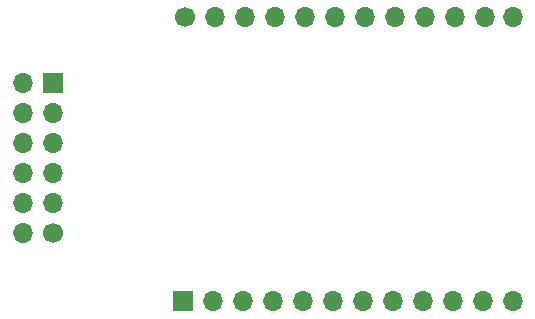
<source format=gbr>
%TF.GenerationSoftware,KiCad,Pcbnew,(6.0.9)*%
%TF.CreationDate,2023-03-11T18:38:12+09:00*%
%TF.ProjectId,Pmod_Matrix2,506d6f64-5f4d-4617-9472-6978322e6b69,rev?*%
%TF.SameCoordinates,Original*%
%TF.FileFunction,Soldermask,Bot*%
%TF.FilePolarity,Negative*%
%FSLAX46Y46*%
G04 Gerber Fmt 4.6, Leading zero omitted, Abs format (unit mm)*
G04 Created by KiCad (PCBNEW (6.0.9)) date 2023-03-11 18:38:12*
%MOMM*%
%LPD*%
G01*
G04 APERTURE LIST*
%ADD10C,1.700000*%
%ADD11O,1.700000X1.700000*%
%ADD12R,1.700000X1.700000*%
G04 APERTURE END LIST*
D10*
%TO.C,U4*%
X118483500Y-87760000D03*
D11*
X121023500Y-87760000D03*
X123563500Y-87760000D03*
X126103500Y-87760000D03*
X128643500Y-87760000D03*
X131183500Y-87760000D03*
X133723500Y-87760000D03*
X136263500Y-87760000D03*
X138803500Y-87760000D03*
X141343500Y-87760000D03*
X143883500Y-87760000D03*
X146203500Y-87760000D03*
X146203500Y-111820000D03*
X143663500Y-111820000D03*
X141123500Y-111820000D03*
X138583500Y-111820000D03*
X136043500Y-111820000D03*
X133503500Y-111820000D03*
X130963500Y-111820000D03*
X128423500Y-111820000D03*
X125883500Y-111820000D03*
X123343500Y-111820000D03*
X120803500Y-111820000D03*
D12*
X118263500Y-111820000D03*
%TD*%
D10*
%TO.C,J1*%
X107250000Y-106045000D03*
D11*
X104710000Y-106045000D03*
X107250000Y-103505000D03*
X104710000Y-103505000D03*
X107250000Y-100965000D03*
X104710000Y-100965000D03*
X107250000Y-98425000D03*
X104710000Y-98425000D03*
X107250000Y-95885000D03*
X104710000Y-95885000D03*
D12*
X107250000Y-93345000D03*
D11*
X104710000Y-93345000D03*
%TD*%
M02*

</source>
